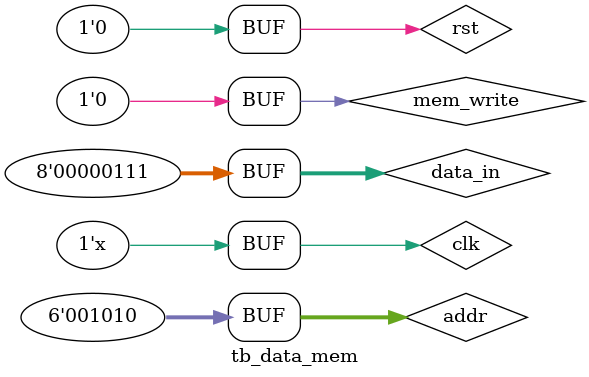
<source format=v>

module tb_data_mem();

    reg clk;
    reg rst;
    reg [7:0] data_in;
    reg [5:0] addr;
    reg mem_write;
    wire [7:0] data_out;

    Data_Mem DUT(
        .clk(clk),
        .rst(rst),
        .data_in(data_in),
        .addr(addr),
        .mem_write(mem_write),
        .data_out(data_out)
    );

  always begin
    #5
    clk = ~clk;
  end


  initial begin 
//     $monitor("clk: %1b at time: %t", clk, $time);
    $monitor("data_out:%8b at time: %t", data_out, $time);
    clk = 1'b0;
    rst = 1'b0;
    mem_write = 1'b0;
    data_in = 8'd0;
    addr = 6'd0;
    
    // Reset all registers
    #3
    rst = 1'b1;
    #2
    rst = 1'b0;
    #10
    // Put 30 into address 10
    data_in = 8'd30;
    addr = 6'd10;
    mem_write = 1'b1;
    #10
    // Put 25 into address 8
    data_in = 8'd25;
    addr = 6'd8;
    #10
    // Put 47 into address 32
    data_in = 8'd47;
    addr = 6'd32;
    #10
    // Put 49 into address 48
    data_in = 8'd49;
    addr = 6'd48;
    #10
    // Overwrite 7 into address 10
    data_in = 8'd7;
    addr = 6'd10;
    #10
    mem_write = 1'b0;
    
    // View data memory addresses
    $display("Address 8");
    addr = 6'd8;
    #10
    $display("Address 32");
    addr = 6'd32;
    #10
    $display("Address 48");
    addr = 6'd48;
    #10
    $display("Address 10");
    addr = 6'd10;

  end

endmodule
</source>
